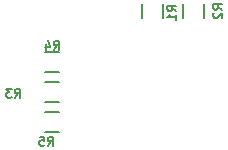
<source format=gbo>
G04 #@! TF.FileFunction,Legend,Bot*
%FSLAX46Y46*%
G04 Gerber Fmt 4.6, Leading zero omitted, Abs format (unit mm)*
G04 Created by KiCad (PCBNEW 0.201508140901+6091~28~ubuntu14.04.1-product) date Mon 05 Oct 2015 11:49:52 PM CEST*
%MOMM*%
G01*
G04 APERTURE LIST*
%ADD10C,0.100000*%
%ADD11C,0.150000*%
%ADD12C,0.127000*%
%ADD13C,0.685800*%
%ADD14R,2.032000X1.727200*%
%ADD15O,2.032000X1.727200*%
%ADD16R,2.032000X2.032000*%
%ADD17O,2.032000X2.032000*%
%ADD18R,1.727200X2.032000*%
%ADD19O,1.727200X2.032000*%
%ADD20R,1.300000X1.500000*%
%ADD21R,1.500000X1.300000*%
G04 APERTURE END LIST*
D10*
D11*
X158510000Y-82077000D02*
X158510000Y-83277000D01*
X160260000Y-83277000D02*
X160260000Y-82077000D01*
X161939000Y-82077000D02*
X161939000Y-83277000D01*
X163689000Y-83277000D02*
X163689000Y-82077000D01*
X150276000Y-90410000D02*
X151476000Y-90410000D01*
X151476000Y-88660000D02*
X150276000Y-88660000D01*
X150276000Y-87870000D02*
X151476000Y-87870000D01*
X151476000Y-86120000D02*
X150276000Y-86120000D01*
X150276000Y-92950000D02*
X151476000Y-92950000D01*
X151476000Y-91200000D02*
X150276000Y-91200000D01*
D12*
X161380714Y-82677000D02*
X161017857Y-82423000D01*
X161380714Y-82241572D02*
X160618714Y-82241572D01*
X160618714Y-82531857D01*
X160655000Y-82604429D01*
X160691286Y-82640714D01*
X160763857Y-82677000D01*
X160872714Y-82677000D01*
X160945286Y-82640714D01*
X160981571Y-82604429D01*
X161017857Y-82531857D01*
X161017857Y-82241572D01*
X161380714Y-83402714D02*
X161380714Y-82967286D01*
X161380714Y-83185000D02*
X160618714Y-83185000D01*
X160727571Y-83112429D01*
X160800143Y-83039857D01*
X160836429Y-82967286D01*
X165258714Y-82550000D02*
X164895857Y-82296000D01*
X165258714Y-82114572D02*
X164496714Y-82114572D01*
X164496714Y-82404857D01*
X164533000Y-82477429D01*
X164569286Y-82513714D01*
X164641857Y-82550000D01*
X164750714Y-82550000D01*
X164823286Y-82513714D01*
X164859571Y-82477429D01*
X164895857Y-82404857D01*
X164895857Y-82114572D01*
X164569286Y-82840286D02*
X164533000Y-82876572D01*
X164496714Y-82949143D01*
X164496714Y-83130572D01*
X164533000Y-83203143D01*
X164569286Y-83239429D01*
X164641857Y-83275714D01*
X164714429Y-83275714D01*
X164823286Y-83239429D01*
X165258714Y-82804000D01*
X165258714Y-83275714D01*
X147701000Y-90006714D02*
X147955000Y-89643857D01*
X148136428Y-90006714D02*
X148136428Y-89244714D01*
X147846143Y-89244714D01*
X147773571Y-89281000D01*
X147737286Y-89317286D01*
X147701000Y-89389857D01*
X147701000Y-89498714D01*
X147737286Y-89571286D01*
X147773571Y-89607571D01*
X147846143Y-89643857D01*
X148136428Y-89643857D01*
X147447000Y-89244714D02*
X146975286Y-89244714D01*
X147229286Y-89535000D01*
X147120428Y-89535000D01*
X147047857Y-89571286D01*
X147011571Y-89607571D01*
X146975286Y-89680143D01*
X146975286Y-89861571D01*
X147011571Y-89934143D01*
X147047857Y-89970429D01*
X147120428Y-90006714D01*
X147338143Y-90006714D01*
X147410714Y-89970429D01*
X147447000Y-89934143D01*
X151003000Y-85942714D02*
X151257000Y-85579857D01*
X151438428Y-85942714D02*
X151438428Y-85180714D01*
X151148143Y-85180714D01*
X151075571Y-85217000D01*
X151039286Y-85253286D01*
X151003000Y-85325857D01*
X151003000Y-85434714D01*
X151039286Y-85507286D01*
X151075571Y-85543571D01*
X151148143Y-85579857D01*
X151438428Y-85579857D01*
X150349857Y-85434714D02*
X150349857Y-85942714D01*
X150531286Y-85144429D02*
X150712714Y-85688714D01*
X150241000Y-85688714D01*
X150495000Y-94070714D02*
X150749000Y-93707857D01*
X150930428Y-94070714D02*
X150930428Y-93308714D01*
X150640143Y-93308714D01*
X150567571Y-93345000D01*
X150531286Y-93381286D01*
X150495000Y-93453857D01*
X150495000Y-93562714D01*
X150531286Y-93635286D01*
X150567571Y-93671571D01*
X150640143Y-93707857D01*
X150930428Y-93707857D01*
X149805571Y-93308714D02*
X150168428Y-93308714D01*
X150204714Y-93671571D01*
X150168428Y-93635286D01*
X150095857Y-93599000D01*
X149914428Y-93599000D01*
X149841857Y-93635286D01*
X149805571Y-93671571D01*
X149769286Y-93744143D01*
X149769286Y-93925571D01*
X149805571Y-93998143D01*
X149841857Y-94034429D01*
X149914428Y-94070714D01*
X150095857Y-94070714D01*
X150168428Y-94034429D01*
X150204714Y-93998143D01*
%LPC*%
D13*
X169926000Y-87376000D03*
X169926000Y-86106000D03*
X169926000Y-84836000D03*
X169926000Y-83566000D03*
X168656000Y-82296000D03*
X169926000Y-82296000D03*
X171196000Y-82296000D03*
X171196000Y-83566000D03*
X171196000Y-84836000D03*
X171196000Y-86106000D03*
X171196000Y-87376000D03*
X171196000Y-88646000D03*
X171196000Y-89916000D03*
X156718000Y-87122000D03*
X154686000Y-86360000D03*
X158877000Y-90297000D03*
X151638000Y-84328000D03*
X149098000Y-85598000D03*
X150368000Y-84328000D03*
X154686000Y-88900000D03*
X155194000Y-94996000D03*
X153924000Y-94996000D03*
X152654000Y-94996000D03*
X151384000Y-94996000D03*
X150114000Y-94996000D03*
X148844000Y-94996000D03*
X147574000Y-94996000D03*
X146304000Y-94996000D03*
X145034000Y-94996000D03*
X156718000Y-101346000D03*
X156718000Y-102616000D03*
X156718000Y-100076000D03*
X156718000Y-94996000D03*
X155194000Y-102616000D03*
X153924000Y-102616000D03*
X152654000Y-102616000D03*
X151384000Y-102616000D03*
X150114000Y-102616000D03*
X148844000Y-102616000D03*
X156718000Y-98806000D03*
X156718000Y-97536000D03*
X156718000Y-96266000D03*
X155194000Y-101346000D03*
X153924000Y-101346000D03*
X152654000Y-101346000D03*
X151384000Y-101346000D03*
X150114000Y-101346000D03*
X155194000Y-100076000D03*
X153924000Y-100076000D03*
X152654000Y-100076000D03*
X151384000Y-100076000D03*
X150114000Y-100076000D03*
X155194000Y-98806000D03*
X153924000Y-98806000D03*
X152654000Y-98806000D03*
X151384000Y-98806000D03*
X150114000Y-98806000D03*
X148844000Y-98806000D03*
X143764000Y-98806000D03*
X155194000Y-97536000D03*
X153924000Y-97536000D03*
X152654000Y-97536000D03*
X151384000Y-97536000D03*
X150114000Y-97536000D03*
X148844000Y-97536000D03*
X147574000Y-97536000D03*
X146304000Y-97536000D03*
X145034000Y-97536000D03*
X143764000Y-97536000D03*
X155194000Y-96266000D03*
X153924000Y-96266000D03*
X152654000Y-96266000D03*
X151384000Y-96266000D03*
X150114000Y-96266000D03*
X148844000Y-96266000D03*
X147574000Y-96266000D03*
X146304000Y-96266000D03*
X145034000Y-96266000D03*
X143764000Y-96266000D03*
X143764000Y-94996000D03*
X166116000Y-102616000D03*
X164846000Y-102616000D03*
X163576000Y-102616000D03*
X166116000Y-101346000D03*
X164846000Y-101346000D03*
X163576000Y-101346000D03*
X166116000Y-100076000D03*
X164846000Y-100076000D03*
X163576000Y-100076000D03*
X166116000Y-98806000D03*
X164846000Y-98806000D03*
X163576000Y-98806000D03*
X162306000Y-98806000D03*
X166116000Y-97536000D03*
X164846000Y-97536000D03*
X163576000Y-97536000D03*
X162306000Y-97536000D03*
X166116000Y-96266000D03*
X164846000Y-96266000D03*
X163576000Y-96266000D03*
X162306000Y-96266000D03*
X171196000Y-97536000D03*
X169926000Y-97536000D03*
X168656000Y-97536000D03*
X167386000Y-97536000D03*
X171196000Y-96266000D03*
X169926000Y-96266000D03*
X168656000Y-96266000D03*
X167386000Y-96266000D03*
X171196000Y-94996000D03*
X169926000Y-94996000D03*
X168656000Y-94996000D03*
X167386000Y-94996000D03*
X171196000Y-93726000D03*
X169926000Y-93726000D03*
X168656000Y-93726000D03*
X167386000Y-93726000D03*
X171196000Y-92456000D03*
X169926000Y-92456000D03*
X168656000Y-92456000D03*
X171196000Y-91186000D03*
X169926000Y-91186000D03*
X155448000Y-79756000D03*
X155448000Y-81026000D03*
X155448000Y-82296000D03*
X155448000Y-83566000D03*
X149098000Y-84328000D03*
X154178000Y-82296000D03*
X152908000Y-82296000D03*
X151638000Y-82296000D03*
X150368000Y-82296000D03*
X149098000Y-82296000D03*
X154178000Y-81026000D03*
X152908000Y-81026000D03*
X151638000Y-81026000D03*
X150368000Y-81026000D03*
X149098000Y-81026000D03*
X154178000Y-79756000D03*
X152908000Y-79756000D03*
X151638000Y-79756000D03*
X150368000Y-79756000D03*
X149098000Y-79756000D03*
X154178000Y-78486000D03*
X152908000Y-78486000D03*
X151638000Y-78486000D03*
X150368000Y-78486000D03*
X149098000Y-78486000D03*
X154178000Y-77216000D03*
X152908000Y-77216000D03*
X151638000Y-77216000D03*
X150368000Y-77216000D03*
X149098000Y-77216000D03*
X154178000Y-75946000D03*
X152908000Y-75946000D03*
X151638000Y-75946000D03*
X150368000Y-75946000D03*
D14*
X144780000Y-84455000D03*
D15*
X144780000Y-86995000D03*
X144780000Y-89535000D03*
X144780000Y-92075000D03*
D16*
X159004000Y-101600000D03*
D17*
X161544000Y-101600000D03*
D18*
X161925000Y-76835000D03*
D19*
X159385000Y-76835000D03*
X156845000Y-76835000D03*
D20*
X159385000Y-84027000D03*
X159385000Y-81327000D03*
X162814000Y-84027000D03*
X162814000Y-81327000D03*
D21*
X152226000Y-89535000D03*
X149526000Y-89535000D03*
X152226000Y-86995000D03*
X149526000Y-86995000D03*
X152226000Y-92075000D03*
X149526000Y-92075000D03*
D13*
X149098000Y-75946000D03*
M02*

</source>
